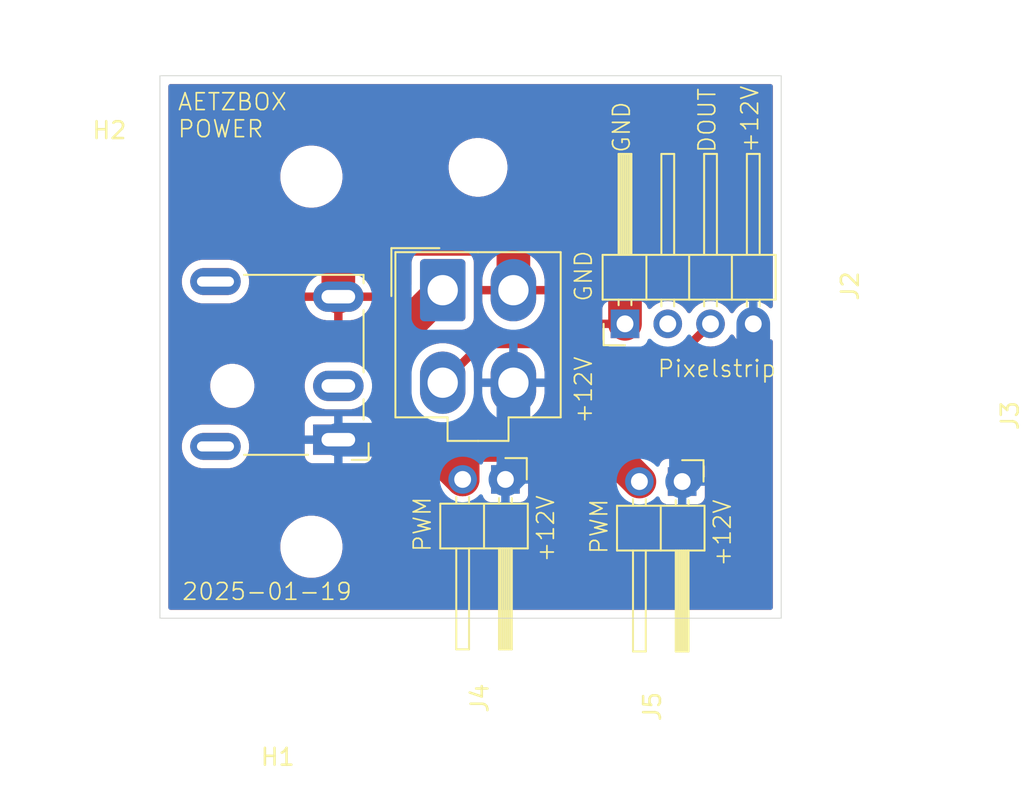
<source format=kicad_pcb>
(kicad_pcb (version 20240108) (generator "pcbnew") (generator_version "8.0")
  (layers (0 "F.Cu" signal) (31 "B.Cu" signal) (34 "B.Paste" user) (35 "F.Paste" user) (36 "B.SilkS" user "B.Silkscreen") (37 "F.SilkS" user "F.Silkscreen") (38 "B.Mask" user) (39 "F.Mask" user) (44 "Edge.Cuts" user))
  (net 0 "")
  (net 1 "GND")
  (net 2 "+12V")
  (net 3 "/bubbles")
  (net 4 "/pix")
  (footprint "Anyma06:Molex_Mini-Fit_Jr_5569-04A2_2x02_P4.20mm_H+V" (layer "F.Cu") (at 76.8 90.75)
    (property "Reference" "J1" (hide yes))
    (property "Value" "CONN")
    (fp_line (start -3.05 -2.5) (end -3.05 0.35) (stroke (width 0.12)) (layer "F.SilkS"))
    (fp_line (start -2.81 -2.26) (end -2.81 7.56) (stroke (width 0.12)) (layer "F.SilkS"))
    (fp_line (start -2.81 7.56) (end 0.29 7.56) (stroke (width 0.12)) (layer "F.SilkS"))
    (fp_line (start -0.2 -2.5) (end -3.05 -2.5) (stroke (width 0.12)) (layer "F.SilkS"))
    (fp_line (start 0.29 7.56) (end 0.29 8.96) (stroke (width 0.12)) (layer "F.SilkS"))
    (fp_line (start 0.29 8.96) (end 2.1 8.96) (stroke (width 0.12)) (layer "F.SilkS"))
    (fp_line (start 2.1 -2.26) (end -2.81 -2.26) (stroke (width 0.12)) (layer "F.SilkS"))
    (fp_line (start 2.1 -2.26) (end 7.01 -2.26) (stroke (width 0.12)) (layer "F.SilkS"))
    (fp_line (start 3.91 7.56) (end 3.91 8.96) (stroke (width 0.12)) (layer "F.SilkS"))
    (fp_line (start 3.91 8.96) (end 2.1 8.96) (stroke (width 0.12)) (layer "F.SilkS"))
    (fp_line (start 7.01 -2.26) (end 7.01 7.56) (stroke (width 0.12)) (layer "F.SilkS"))
    (fp_line (start 7.01 7.56) (end 3.91 7.56) (stroke (width 0.12)) (layer "F.SilkS"))
    (pad "" np_thru_hole circle (at 2.1 -7.3) (size 3 3) (drill 3) (layers "*.Cu" "*.Mask"))
    (pad "1" thru_hole roundrect (at 0 0) (size 2.7 3.7) (drill 1.8) (layers "*.Cu" "*.Mask") (roundrect_rratio 0.092593) (net 3 "/bubbles"))
    (pad "2" thru_hole oval (at 4.2 0) (size 2.7 3.7) (drill 1.8) (layers "*.Cu" "*.Mask") (net 1 "GND"))
    (pad "3" thru_hole oval (at 0 5.5) (size 2.7 3.7) (drill 1.8) (layers "*.Cu" "*.Mask") (net 4 "/pix"))
    (pad "4" thru_hole oval (at 4.2 5.5) (size 2.7 3.7) (drill 1.8) (layers "*.Cu" "*.Mask") (net 2 "+12V"))
  )
  (footprint "Connector_BarrelJack:BarrelJack_CUI_PJ-079BH_Horizontal" (layer "F.Cu") (at 70.6 99.6375 -90)
    (property "Reference" "J3" (at -2.3875 -39.9 90) (layer "F.SilkS") (effects (justify right)))
    (property "Value" "supply")
    (fp_line (start -9.8 5.6) (end -9.8 -1.5) (stroke (width 0.12)) (layer "F.SilkS"))
    (fp_line (start 0.9 5.6) (end 0.9 1.8) (stroke (width 0.12)) (layer "F.SilkS"))
    (fp_line (start -9.3 -1.5) (end -9.8 -1.5) (stroke (width 0.12)) (layer "F.SilkS"))
    (fp_line (start -4 -1.5) (end -7.7 -1.5) (stroke (width 0.12)) (layer "F.SilkS"))
    (fp_line (start -1.2 -1.5) (end -2.4 -1.5) (stroke (width 0.12)) (layer "F.SilkS"))
    (fp_line (start 1.2 -1.8) (end 1.2 -0.8) (stroke (width 0.12)) (layer "F.SilkS"))
    (fp_line (start 1.2 -1.8) (end 0.2 -1.8) (stroke (width 0.12)) (layer "F.SilkS"))
    (pad "" np_thru_hole circle (at -3.2 6.3 90) (size 2.13 2.13) (drill 2.13) (layers "F&B.Cu" "*.Mask"))
    (pad "1" thru_hole rect (at 0 0 90) (size 1.8 3) (drill oval 0.8 2) (layers "*.Cu" "*.Mask") (net 2 "+12V"))
    (pad "2" thru_hole oval (at -8.5 0 90) (size 1.8 3) (drill oval 0.8 2) (layers "*.Cu" "*.Mask") (net 1 "GND"))
    (pad "3" thru_hole oval (at -3.2 0 90) (size 1.8 3) (drill oval 0.8 2) (layers "*.Cu" "*.Mask"))
    (pad "SH" thru_hole oval (at -9.4 7.3 90) (size 1.6 3) (drill oval 0.6 2.2) (layers "*.Cu" "*.Mask"))
    (pad "SH" thru_hole oval (at 0.4 7.3 90) (size 1.6 3) (drill oval 0.6 2.2) (layers "*.Cu" "*.Mask"))
  )
  (footprint "MountingHole:MountingHole_3.2mm_M3_DIN965" (layer "F.Cu") (at 69 106)
    (property "Reference" "H1" (at -2 12.5 0) (layer "F.SilkS"))
    (property "Value" "MountingHole")
    (pad "" np_thru_hole circle (at 0 0) (size 3.2 3.2) (drill 3.2) (layers "*.Cu" "*.Mask"))
  )
  (footprint "MountingHole:MountingHole_3.2mm_M3_DIN965" (layer "F.Cu") (at 69 84)
    (property "Reference" "H2" (at -12 -2.75 0) (layer "F.SilkS"))
    (property "Value" "MountingHole")
    (pad "" np_thru_hole circle (at 0 0) (size 3.2 3.2) (drill 3.2) (layers "*.Cu" "*.Mask"))
  )
  (footprint "Connector_PinHeader_2.54mm:PinHeader_1x02_P2.54mm_Horizontal" (layer "F.Cu") (at 80.525 102 -90)
    (property "Reference" "J4" (at 13 1.525 90) (layer "F.SilkS"))
    (property "Value" "Conn_01x02")
    (fp_line (start 1.44 3.87) (end 4.1 3.87) (stroke (width 0.12)) (layer "F.SilkS"))
    (fp_line (start 4.1 3.87) (end 4.1 -1.33) (stroke (width 0.12)) (layer "F.SilkS"))
    (fp_line (start 1.042929 2.92) (end 1.44 2.92) (stroke (width 0.12)) (layer "F.SilkS"))
    (fp_line (start 10.1 2.92) (end 4.1 2.92) (stroke (width 0.12)) (layer "F.SilkS"))
    (fp_line (start 1.042929 2.16) (end 1.44 2.16) (stroke (width 0.12)) (layer "F.SilkS"))
    (fp_line (start 4.1 2.16) (end 10.1 2.16) (stroke (width 0.12)) (layer "F.SilkS"))
    (fp_line (start 10.1 2.16) (end 10.1 2.92) (stroke (width 0.12)) (layer "F.SilkS"))
    (fp_line (start 1.44 1.27) (end 4.1 1.27) (stroke (width 0.12)) (layer "F.SilkS"))
    (fp_line (start 1.11 0.38) (end 1.44 0.38) (stroke (width 0.12)) (layer "F.SilkS"))
    (fp_line (start 10.1 0.38) (end 4.1 0.38) (stroke (width 0.12)) (layer "F.SilkS"))
    (fp_line (start 4.1 0.28) (end 10.1 0.28) (stroke (width 0.12)) (layer "F.SilkS"))
    (fp_line (start 4.1 0.16) (end 10.1 0.16) (stroke (width 0.12)) (layer "F.SilkS"))
    (fp_line (start 4.1 0.04) (end 10.1 0.04) (stroke (width 0.12)) (layer "F.SilkS"))
    (fp_line (start -1.27 0) (end -1.27 -1.27) (stroke (width 0.12)) (layer "F.SilkS"))
    (fp_line (start 4.1 -0.08) (end 10.1 -0.08) (stroke (width 0.12)) (layer "F.SilkS"))
    (fp_line (start 4.1 -0.2) (end 10.1 -0.2) (stroke (width 0.12)) (layer "F.SilkS"))
    (fp_line (start 4.1 -0.32) (end 10.1 -0.32) (stroke (width 0.12)) (layer "F.SilkS"))
    (fp_line (start 1.11 -0.38) (end 1.44 -0.38) (stroke (width 0.12)) (layer "F.SilkS"))
    (fp_line (start 4.1 -0.38) (end 10.1 -0.38) (stroke (width 0.12)) (layer "F.SilkS"))
    (fp_line (start 10.1 -0.38) (end 10.1 0.38) (stroke (width 0.12)) (layer "F.SilkS"))
    (fp_line (start -1.27 -1.27) (end 0 -1.27) (stroke (width 0.12)) (layer "F.SilkS"))
    (fp_line (start 1.44 -1.33) (end 1.44 3.87) (stroke (width 0.12)) (layer "F.SilkS"))
    (fp_line (start 4.1 -1.33) (end 1.44 -1.33) (stroke (width 0.12)) (layer "F.SilkS"))
    (pad "1" thru_hole rect (at 0 0 270) (size 1.7 1.7) (drill 1) (layers "*.Cu" "*.Mask") (net 2 "+12V"))
    (pad "2" thru_hole oval (at 0 2.54 270) (size 1.7 1.7) (drill 1) (layers "*.Cu" "*.Mask") (net 3 "/bubbles"))
  )
  (footprint "Connector_PinHeader_2.54mm:PinHeader_1x04_P2.54mm_Horizontal" (layer "F.Cu") (at 87.63 92.75 90)
    (property "Reference" "J2" (at 2.25 13.37 90) (layer "F.SilkS"))
    (property "Value" "CONN")
    (fp_line (start 4.1 -1.33) (end 1.44 -1.33) (stroke (width 0.12)) (layer "F.SilkS"))
    (fp_line (start 1.44 -1.33) (end 1.44 8.95) (stroke (width 0.12)) (layer "F.SilkS"))
    (fp_line (start -1.27 -1.27) (end 0 -1.27) (stroke (width 0.12)) (layer "F.SilkS"))
    (fp_line (start 10.1 -0.38) (end 10.1 0.38) (stroke (width 0.12)) (layer "F.SilkS"))
    (fp_line (start 4.1 -0.38) (end 10.1 -0.38) (stroke (width 0.12)) (layer "F.SilkS"))
    (fp_line (start 1.11 -0.38) (end 1.44 -0.38) (stroke (width 0.12)) (layer "F.SilkS"))
    (fp_line (start 4.1 -0.32) (end 10.1 -0.32) (stroke (width 0.12)) (layer "F.SilkS"))
    (fp_line (start 4.1 -0.2) (end 10.1 -0.2) (stroke (width 0.12)) (layer "F.SilkS"))
    (fp_line (start 4.1 -0.08) (end 10.1 -0.08) (stroke (width 0.12)) (layer "F.SilkS"))
    (fp_line (start -1.27 0) (end -1.27 -1.27) (stroke (width 0.12)) (layer "F.SilkS"))
    (fp_line (start 4.1 0.04) (end 10.1 0.04) (stroke (width 0.12)) (layer "F.SilkS"))
    (fp_line (start 4.1 0.16) (end 10.1 0.16) (stroke (width 0.12)) (layer "F.SilkS"))
    (fp_line (start 4.1 0.28) (end 10.1 0.28) (stroke (width 0.12)) (layer "F.SilkS"))
    (fp_line (start 10.1 0.38) (end 4.1 0.38) (stroke (width 0.12)) (layer "F.SilkS"))
    (fp_line (start 1.11 0.38) (end 1.44 0.38) (stroke (width 0.12)) (layer "F.SilkS"))
    (fp_line (start 1.44 1.27) (end 4.1 1.27) (stroke (width 0.12)) (layer "F.SilkS"))
    (fp_line (start 10.1 2.16) (end 10.1 2.92) (stroke (width 0.12)) (layer "F.SilkS"))
    (fp_line (start 4.1 2.16) (end 10.1 2.16) (stroke (width 0.12)) (layer "F.SilkS"))
    (fp_line (start 1.042929 2.16) (end 1.44 2.16) (stroke (width 0.12)) (layer "F.SilkS"))
    (fp_line (start 10.1 2.92) (end 4.1 2.92) (stroke (width 0.12)) (layer "F.SilkS"))
    (fp_line (start 1.042929 2.92) (end 1.44 2.92) (stroke (width 0.12)) (layer "F.SilkS"))
    (fp_line (start 1.44 3.81) (end 4.1 3.81) (stroke (width 0.12)) (layer "F.SilkS"))
    (fp_line (start 10.1 4.7) (end 10.1 5.46) (stroke (width 0.12)) (layer "F.SilkS"))
    (fp_line (start 4.1 4.7) (end 10.1 4.7) (stroke (width 0.12)) (layer "F.SilkS"))
    (fp_line (start 1.042929 4.7) (end 1.44 4.7) (stroke (width 0.12)) (layer "F.SilkS"))
    (fp_line (start 10.1 5.46) (end 4.1 5.46) (stroke (width 0.12)) (layer "F.SilkS"))
    (fp_line (start 1.042929 5.46) (end 1.44 5.46) (stroke (width 0.12)) (layer "F.SilkS"))
    (fp_line (start 1.44 6.35) (end 4.1 6.35) (stroke (width 0.12)) (layer "F.SilkS"))
    (fp_line (start 10.1 7.24) (end 10.1 8) (stroke (width 0.12)) (layer "F.SilkS"))
    (fp_line (start 4.1 7.24) (end 10.1 7.24) (stroke (width 0.12)) (layer "F.SilkS"))
    (fp_line (start 1.042929 7.24) (end 1.44 7.24) (stroke (width 0.12)) (layer "F.SilkS"))
    (fp_line (start 10.1 8) (end 4.1 8) (stroke (width 0.12)) (layer "F.SilkS"))
    (fp_line (start 1.042929 8) (end 1.44 8) (stroke (width 0.12)) (layer "F.SilkS"))
    (fp_line (start 4.1 8.95) (end 4.1 -1.33) (stroke (width 0.12)) (layer "F.SilkS"))
    (fp_line (start 1.44 8.95) (end 4.1 8.95) (stroke (width 0.12)) (layer "F.SilkS"))
    (pad "1" thru_hole rect (at 0 0 90) (size 1.7 1.7) (drill 1) (layers "*.Cu" "*.Mask") (net 1 "GND"))
    (pad "2" thru_hole oval (at 0 2.54 90) (size 1.7 1.7) (drill 1) (layers "*.Cu" "*.Mask"))
    (pad "3" thru_hole oval (at 0 5.08 90) (size 1.7 1.7) (drill 1) (layers "*.Cu" "*.Mask") (net 4 "/pix"))
    (pad "4" thru_hole oval (at 0 7.62 90) (size 1.7 1.7) (drill 1) (layers "*.Cu" "*.Mask") (net 2 "+12V"))
  )
  (footprint "Connector_PinHeader_2.54mm:PinHeader_1x02_P2.54mm_Horizontal" (layer "F.Cu") (at 91.025 102.125 -90)
    (property "Reference" "J5" (at 13.375 1.775 90) (layer "F.SilkS"))
    (property "Value" "Conn_01x02")
    (fp_line (start 1.44 3.87) (end 4.1 3.87) (stroke (width 0.12)) (layer "F.SilkS"))
    (fp_line (start 4.1 3.87) (end 4.1 -1.33) (stroke (width 0.12)) (layer "F.SilkS"))
    (fp_line (start 1.042929 2.92) (end 1.44 2.92) (stroke (width 0.12)) (layer "F.SilkS"))
    (fp_line (start 10.1 2.92) (end 4.1 2.92) (stroke (width 0.12)) (layer "F.SilkS"))
    (fp_line (start 1.042929 2.16) (end 1.44 2.16) (stroke (width 0.12)) (layer "F.SilkS"))
    (fp_line (start 4.1 2.16) (end 10.1 2.16) (stroke (width 0.12)) (layer "F.SilkS"))
    (fp_line (start 10.1 2.16) (end 10.1 2.92) (stroke (width 0.12)) (layer "F.SilkS"))
    (fp_line (start 1.44 1.27) (end 4.1 1.27) (stroke (width 0.12)) (layer "F.SilkS"))
    (fp_line (start 1.11 0.38) (end 1.44 0.38) (stroke (width 0.12)) (layer "F.SilkS"))
    (fp_line (start 10.1 0.38) (end 4.1 0.38) (stroke (width 0.12)) (layer "F.SilkS"))
    (fp_line (start 4.1 0.28) (end 10.1 0.28) (stroke (width 0.12)) (layer "F.SilkS"))
    (fp_line (start 4.1 0.16) (end 10.1 0.16) (stroke (width 0.12)) (layer "F.SilkS"))
    (fp_line (start 4.1 0.04) (end 10.1 0.04) (stroke (width 0.12)) (layer "F.SilkS"))
    (fp_line (start -1.27 0) (end -1.27 -1.27) (stroke (width 0.12)) (layer "F.SilkS"))
    (fp_line (start 4.1 -0.08) (end 10.1 -0.08) (stroke (width 0.12)) (layer "F.SilkS"))
    (fp_line (start 4.1 -0.2) (end 10.1 -0.2) (stroke (width 0.12)) (layer "F.SilkS"))
    (fp_line (start 4.1 -0.32) (end 10.1 -0.32) (stroke (width 0.12)) (layer "F.SilkS"))
    (fp_line (start 1.11 -0.38) (end 1.44 -0.38) (stroke (width 0.12)) (layer "F.SilkS"))
    (fp_line (start 4.1 -0.38) (end 10.1 -0.38) (stroke (width 0.12)) (layer "F.SilkS"))
    (fp_line (start 10.1 -0.38) (end 10.1 0.38) (stroke (width 0.12)) (layer "F.SilkS"))
    (fp_line (start -1.27 -1.27) (end 0 -1.27) (stroke (width 0.12)) (layer "F.SilkS"))
    (fp_line (start 1.44 -1.33) (end 1.44 3.87) (stroke (width 0.12)) (layer "F.SilkS"))
    (fp_line (start 4.1 -1.33) (end 1.44 -1.33) (stroke (width 0.12)) (layer "F.SilkS"))
    (pad "1" thru_hole rect (at 0 0 270) (size 1.7 1.7) (drill 1) (layers "*.Cu" "*.Mask") (net 2 "+12V"))
    (pad "2" thru_hole oval (at 0 2.54 270) (size 1.7 1.7) (drill 1) (layers "*.Cu" "*.Mask") (net 3 "/bubbles"))
  )
  (gr_rect (start 60 78) (end 96.91 110.25) (stroke (width 0.05)) (fill none) (layer "Edge.Cuts"))
  (gr_text "AETZBOX\nPOWER" (at 61 81.75 0) (layer "F.SilkS") (effects (font (size 1 1) (thickness 0.1)) (justify left bottom)))
  (gr_text "Pixelstrip" (at 89.5 96 0) (layer "F.SilkS") (effects (font (size 1 1) (thickness 0.1)) (justify left bottom)))
  (gr_text "GND" (at 88.01 82.65 90) (layer "F.SilkS") (effects (font (size 1 1) (thickness 0.1)) (justify left bottom)))
  (gr_text "PWM" (at 86.675 106.5 90) (layer "F.SilkS") (effects (font (size 1 1) (thickness 0.1)) (justify left bottom)))
  (gr_text "DOUT" (at 93.09 82.65 90) (layer "F.SilkS") (effects (font (size 1 1) (thickness 0.1)) (justify left bottom)))
  (gr_text "2025-01-19" (at 61.25 109.25 0) (layer "F.SilkS") (effects (font (size 1 1) (thickness 0.1)) (justify left bottom)))
  (gr_text "GND" (at 85.75 91.5 90) (layer "F.SilkS") (effects (font (size 1 1) (thickness 0.1)) (justify left bottom)))
  (gr_text "+12V" (at 94 107.25 90) (layer "F.SilkS") (effects (font (size 1 1) (thickness 0.1)) (justify left bottom)))
  (gr_text "+12V" (at 83.5 107 90) (layer "F.SilkS") (effects (font (size 1 1) (thickness 0.1)) (justify left bottom)))
  (gr_text "+12V" (at 85.75 98.75 90) (layer "F.SilkS") (effects (font (size 1 1) (thickness 0.1)) (justify left bottom)))
  (gr_text "PWM" (at 76.175 106.375 90) (layer "F.SilkS") (effects (font (size 1 1) (thickness 0.1)) (justify left bottom)))
  (gr_text "+12V" (at 95.63 82.65 90) (layer "F.SilkS") (effects (font (size 1 1) (thickness 0.1)) (justify left bottom)))
  (segment (start 87.95 88.7) (end 87.63 89.02) (width 2) (layer "F.Cu") (net 1))
  (segment (start 71.55 87.7) (end 81 87.7) (width 2) (layer "F.Cu") (net 1))
  (segment (start 70.6 91.1375) (end 70.6 88.65) (width 2) (layer "F.Cu") (net 1))
  (segment (start 81 87.7) (end 87.95 87.7) (width 2) (layer "F.Cu") (net 1))
  (segment (start 87.95 87.7) (end 87.95 88.7) (width 2) (layer "F.Cu") (net 1))
  (segment (start 70.6 88.65) (end 71.55 87.7) (width 2) (layer "F.Cu") (net 1))
  (segment (start 87.63 89.02) (end 87.63 92.75) (width 2) (layer "F.Cu") (net 1))
  (segment (start 81 87.7) (end 81 90.75) (width 2) (layer "F.Cu") (net 1))
  (segment (start 81 101.525) (end 80.525 102) (width 2) (layer "B.Cu") (net 2))
  (segment (start 81 96.25) (end 81 101.525) (width 2) (layer "B.Cu") (net 2))
  (segment (start 91.25 99.6375) (end 91.25 101.9) (width 2) (layer "B.Cu") (net 2))
  (segment (start 91.25 99.6375) (end 94.8625 99.6375) (width 2) (layer "B.Cu") (net 2))
  (segment (start 91.25 101.9) (end 91.025 102.125) (width 2) (layer "B.Cu") (net 2))
  (segment (start 94.8625 99.6375) (end 95.25 99.25) (width 2) (layer "B.Cu") (net 2))
  (segment (start 70.6 99.6375) (end 91.25 99.6375) (width 2) (layer "B.Cu") (net 2))
  (segment (start 95.25 99.25) (end 95.25 92.75) (width 2) (layer "B.Cu") (net 2))
  (segment (start 73.75 97.765) (end 77.985 102) (width 2) (layer "F.Cu") (net 3))
  (segment (start 77.985 100.44) (end 77.985 102) (width 2) (layer "F.Cu") (net 3))
  (segment (start 73.75 93.8) (end 73.75 97.765) (width 2) (layer "F.Cu") (net 3))
  (segment (start 78.475 99.95) (end 77.985 100.44) (width 2) (layer "F.Cu") (net 3))
  (segment (start 86.31 99.95) (end 78.475 99.95) (width 2) (layer "F.Cu") (net 3))
  (segment (start 88.485 102.125) (end 86.31 99.95) (width 2) (layer "F.Cu") (net 3))
  (segment (start 76.8 90.75) (end 73.75 93.8) (width 2) (layer "F.Cu") (net 3))
  (segment (start 84.55 95) (end 90.46 95) (width 0.5) (layer "F.Cu") (net 4))
  (segment (start 83.5 93.95) (end 84.55 95) (width 0.5) (layer "F.Cu") (net 4))
  (segment (start 76.8 96.25) (end 79.1 93.95) (width 0.5) (layer "F.Cu") (net 4))
  (segment (start 79.1 93.95) (end 83.5 93.95) (width 0.5) (layer "F.Cu") (net 4))
  (segment (start 90.46 95) (end 92.71 92.75) (width 0.5) (layer "F.Cu") (net 4))
  (zone (net 1) (net_name "GND") (layer "F.Cu") (connect_pads (clearance 0.5)) (min_thickness 0.25) (fill yes (thermal_gap 0.5) (thermal_bridge_width 0.5))
    (polygon (pts (xy 57.25 76) (xy 98 76) (xy 98.25 114.25) (xy 58 115.75)))
  )
  (zone (net 2) (net_name "+12V") (layer "B.Cu") (priority 1) (connect_pads (clearance 0.5)) (min_thickness 0.25) (fill yes (thermal_gap 0.5) (thermal_bridge_width 0.5))
    (polygon (pts (xy 55.75 74.75) (xy 98.75 73.5) (xy 99.75 118.5) (xy 50.5 121)))
  )
)
</source>
